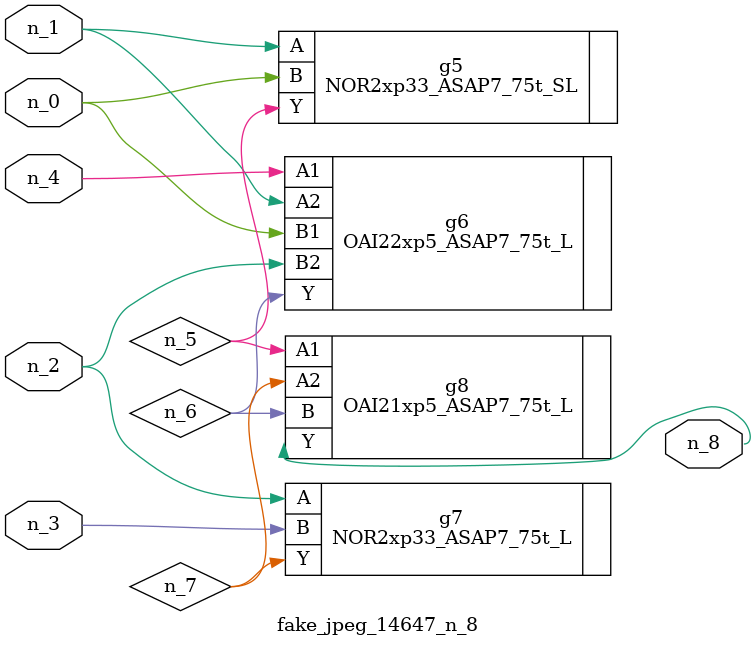
<source format=v>
module fake_jpeg_14647_n_8 (n_3, n_2, n_1, n_0, n_4, n_8);

input n_3;
input n_2;
input n_1;
input n_0;
input n_4;

output n_8;

wire n_6;
wire n_5;
wire n_7;

NOR2xp33_ASAP7_75t_SL g5 ( 
.A(n_1),
.B(n_0),
.Y(n_5)
);

OAI22xp5_ASAP7_75t_L g6 ( 
.A1(n_4),
.A2(n_1),
.B1(n_0),
.B2(n_2),
.Y(n_6)
);

NOR2xp33_ASAP7_75t_L g7 ( 
.A(n_2),
.B(n_3),
.Y(n_7)
);

OAI21xp5_ASAP7_75t_L g8 ( 
.A1(n_5),
.A2(n_7),
.B(n_6),
.Y(n_8)
);


endmodule
</source>
